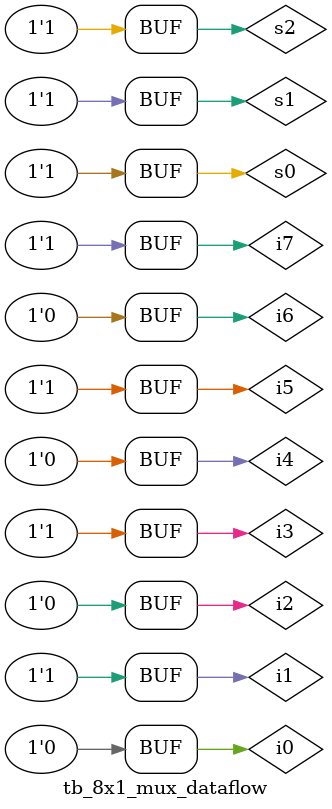
<source format=v>
module tb_8x1_mux_dataflow;
    reg i0, i1, i2, i3, i4, i5, i6, i7;  // Input signals
    reg s0, s1, s2;                      // Select lines
    wire y;                               // Output signal

    // Instantiate the 8x1 multiplexer module
    mux_8x1_dataflow uut(i0, i1, i2, i3, i4, i5, i6, i7, s0, s1, s2, y);

    initial
    begin
        // Initialize inputs
        i0 = 1'b0; i1 = 1'b1; i2 = 1'b0; i3 = 1'b1;
        i4 = 1'b0; i5 = 1'b1; i6 = 1'b0; i7 = 1'b1;

        // Apply test cases for all select line combinations
        s0 = 1'b0; s1 = 1'b0; s2 = 1'b0; #5; // Select i0
        s0 = 1'b0; s1 = 1'b0; s2 = 1'b1; #5; // Select i1
        s0 = 1'b0; s1 = 1'b1; s2 = 1'b0; #5; // Select i2
        s0 = 1'b0; s1 = 1'b1; s2 = 1'b1; #5; // Select i3
        s0 = 1'b1; s1 = 1'b0; s2 = 1'b0; #5; // Select i4
        s0 = 1'b1; s1 = 1'b0; s2 = 1'b1; #5; // Select i5
        s0 = 1'b1; s1 = 1'b1; s2 = 1'b0; #5; // Select i6
        s0 = 1'b1; s1 = 1'b1; s2 = 1'b1; #5; // Select i7
    end
endmodule 
</source>
